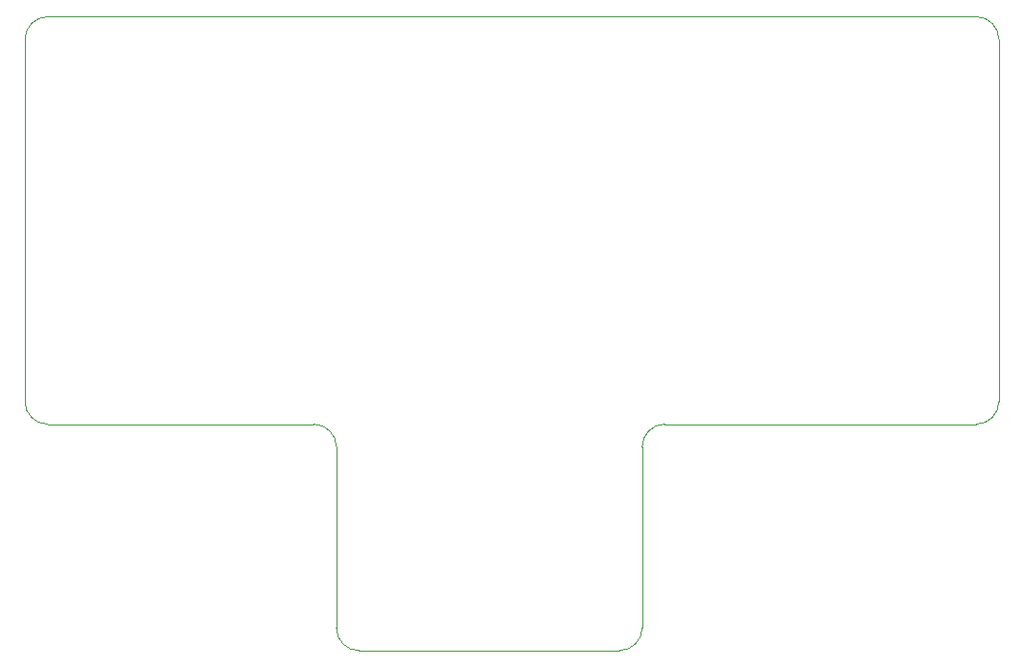
<source format=gm1>
%TF.GenerationSoftware,KiCad,Pcbnew,7.0.7*%
%TF.CreationDate,2023-10-18T20:08:27+01:00*%
%TF.ProjectId,Wand Board,57616e64-2042-46f6-9172-642e6b696361,rev?*%
%TF.SameCoordinates,Original*%
%TF.FileFunction,Profile,NP*%
%FSLAX46Y46*%
G04 Gerber Fmt 4.6, Leading zero omitted, Abs format (unit mm)*
G04 Created by KiCad (PCBNEW 7.0.7) date 2023-10-18 20:08:27*
%MOMM*%
%LPD*%
G01*
G04 APERTURE LIST*
%TA.AperFunction,Profile*%
%ADD10C,0.100000*%
%TD*%
G04 APERTURE END LIST*
D10*
X55500000Y-66500000D02*
X137500000Y-66500000D01*
X81000000Y-104500000D02*
G75*
G03*
X79000000Y-102500000I-2000000J0D01*
G01*
X139500000Y-68500000D02*
X139500000Y-100500000D01*
X53500000Y-100500000D02*
G75*
G03*
X55500000Y-102500000I2000000J0D01*
G01*
X53500000Y-100500000D02*
X53500000Y-68500000D01*
X139500000Y-68500000D02*
G75*
G03*
X137500000Y-66500000I-2000000J0D01*
G01*
X81000000Y-120500000D02*
X81000000Y-104500000D01*
X106000000Y-122500000D02*
X83000000Y-122500000D01*
X110000000Y-102500000D02*
G75*
G03*
X108000000Y-104500000I0J-2000000D01*
G01*
X137500000Y-102500000D02*
X110000000Y-102500000D01*
X137500000Y-102500000D02*
G75*
G03*
X139500000Y-100500000I0J2000000D01*
G01*
X79000000Y-102500000D02*
X55500000Y-102500000D01*
X81000000Y-120500000D02*
G75*
G03*
X83000000Y-122500000I2000000J0D01*
G01*
X55500000Y-66500000D02*
G75*
G03*
X53500000Y-68500000I0J-2000000D01*
G01*
X108000000Y-104500000D02*
X108000000Y-120500000D01*
X106000000Y-122500000D02*
G75*
G03*
X108000000Y-120500000I0J2000000D01*
G01*
M02*

</source>
